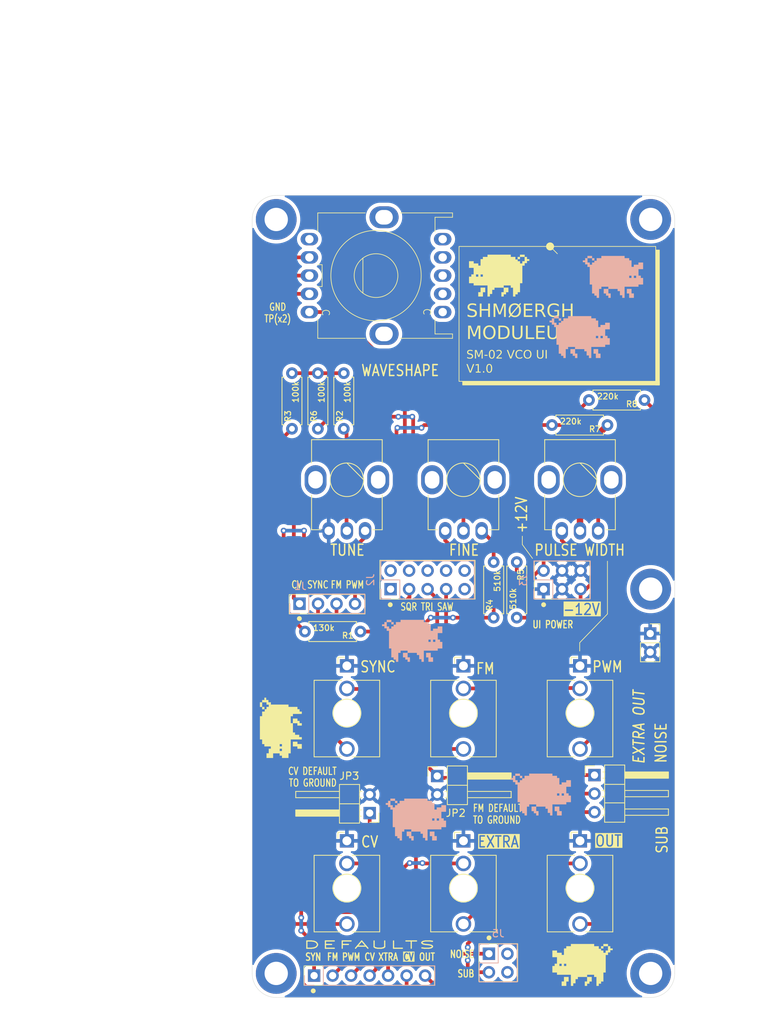
<source format=kicad_pcb>
(kicad_pcb (version 20241229) (generator "pcbnew") (generator_version "9.0")
  (layers (0 "F.Cu" signal) (2 "B.Cu" signal) (13 "F.Paste" user) (15 "B.Paste" user) (5 "F.SilkS" user "F.Silkscreen") (7 "B.SilkS" user "B.Silkscreen") (1 "F.Mask" user) (3 "B.Mask" user) (25 "Edge.Cuts" user))
  (net 0 "")
  (net 1 "HARD_SYNC")
  (net 2 "FM")
  (net 3 "CV")
  (net 4 "SQR_SHAPE")
  (net 7 "TRI")
  (net 9 "SAW")
  (net 11 "SQR")
  (net 12 "+12V")
  (net 13 "GND")
  (net 14 "-12V")
  (net 15 "NOISE")
  (net 16 "SUB")
  (net 17 "Net-(JP1-C)")
  (net 18 "CV_INPUT")
  (net 19 "EXTRA_DEFAULT")
  (net 20 "OUT_DEFAULT")
  (net 21 "Net-(J_OUT1-PadT)")
  (net 22 "Net-(J_PWM1-PadT)")
  (net 23 "Net-(R1-Pad2)")
  (net 24 "Net-(R2-Pad1)")
  (net 25 "Net-(R4-Pad2)")
  (net 26 "Net-(R5-Pad1)")
  (net 27 "Net-(R6-Pad1)")
  (net 28 "Net-(R7-Pad1)")
  (net 35 "FM_DEFAULT")
  (net 36 "SYNC_DEFAULT")
  (net 37 "PWM_DEFAULT")
  (net 38 "CV_DEFAULT")
  (footprint "Shmoergh_Custom_Footprints:SR1712-0203" (layer "F.Cu") (at 141 55 -90)
    (property "Reference" "U1")
    (property "Value" "0203")
    (fp_text user "C" (at 4.5 7.5 270) (layer "F.SilkS") (effects (font (thickness 0.1)) (justify left bottom)))
    (fp_text user "C" (at 4.4 -6.4 270) (layer "F.SilkS") (effects (font (thickness 0.1)) (justify left bottom)))
    (pad "" thru_hole oval (at -8 -1.1 90) (size 3 4) (drill oval 2 2.4) (layers "*.Cu" "*.Mask"))
    (pad "" thru_hole oval (at 8 -1.1 90) (size 3 4) (drill oval 2 2.4) (layers "*.Cu" "*.Mask"))
    (pad "1" thru_hole oval (at 5 9.15 90) (size 1.7 2.4) (drill 1.15) (layers "*.Cu" "*.Mask") (net 21 "Net-(J_OUT1-PadT)"))
    (pad "2" thru_hole oval (at 2.5 9.15 90) (size 1.7 2.4) (drill 1.15) (layers "*.Cu" "*.Mask") (net 7 "TRI"))
    (pad "3" thru_hole oval (at 0 9.15 90) (size 1.7 2.4) (drill 1.15) (layers "*.Cu" "*.Mask") (net 9 "SAW"))
    (pad "4" thru_hole oval (at -2.5 9.15 90) (size 1.7 2.4) (drill 1.15) (layers "*.Cu" "*.Mask") (net 11 "SQR"))
    (pad "5" thru_hole oval (at -5 9.15 90) (size 1.7 2.4) (drill 1.15) (layers "*.Cu" "*.Mask"))
    (pad "6" thru_hole oval (at -5 -9.15 90) (size 1.7 2.4) (drill 1.15) (layers "*.Cu" "*.Mask"))
    (pad "7" thru_hole oval (at -2.5 -9.15 90) (size 1.7 2.4) (drill 1.15) (layers "*.Cu" "*.Mask"))
    (pad "8" thru_hole oval (at 0 -9.15 90) (size 1.7 2.4) (drill 1.15) (layers "*.Cu" "*.Mask"))
    (pad "9" thru_hole oval (at 2.5 -9.15 90) (size 1.7 2.4) (drill 1.15) (layers "*.Cu" "*.Mask"))
    (pad "10" thru_hole oval (at 5 -9.15 90) (size 1.7 2.4) (drill 1.15) (layers "*.Cu" "*.Mask"))
  )
  (footprint "Connector_PinHeader_2.54mm:PinHeader_1x02_P2.54mm_Horizontal" (layer "F.Cu") (at 140.129 128.709 180)
    (property "Reference" "JP3" (at 2.794 5.08 0) (layer "F.SilkS"))
    (property "Value" "Jumper_2_Open")
    (pad "1" thru_hole rect (at 0 0 180) (size 1.7 1.7) (drill 1) (layers "*.Cu" "*.Mask") (net 38 "CV_DEFAULT"))
    (pad "2" thru_hole circle (at 0 2.54 180) (size 1.7 1.7) (drill 1) (layers "*.Cu" "*.Mask") (net 13 "GND"))
  )
  (footprint "Shmoergh_Custom_Footprints:Jack_3.5mm_QingPu_WQP-PJ398SM_Vertical_CircularHoles" (layer "F.Cu") (at 153 115)
    (property "Reference" "J_FM1")
    (property "Value" "PJ398SM")
    (pad "" np_thru_hole circle (at 0 0) (size 3.4 3.4) (drill 3.4) (layers "*.Cu" "*.Mask"))
    (pad "S" thru_hole rect (at 0 -6.48 180) (size 1.93 1.83) (drill 1.22) (layers "*.Cu" "*.Mask") (net 13 "GND"))
    (pad "T" thru_hole circle (at 0 4.92 180) (size 2.13 2.13) (drill 1.43) (layers "*.Cu" "*.Mask") (net 2 "FM"))
    (pad "TN" thru_hole circle (at 0 -3.38 180) (size 2.13 2.13) (drill 1.42) (layers "*.Cu" "*.Mask") (net 35 "FM_DEFAULT"))
  )
  (footprint "Connector_PinHeader_2.54mm:PinHeader_1x02_P2.54mm_Horizontal" (layer "F.Cu") (at 149.4 123.629)
    (property "Reference" "JP2" (at 2.54 5.08 0) (layer "F.SilkS"))
    (property "Value" "Jumper_2_Open")
    (pad "1" thru_hole rect (at 0 0) (size 1.7 1.7) (drill 1) (layers "*.Cu" "*.Mask") (net 35 "FM_DEFAULT"))
    (pad "2" thru_hole circle (at 0 2.54) (size 1.7 1.7) (drill 1) (layers "*.Cu" "*.Mask") (net 13 "GND"))
  )
  (footprint "Connector_PinSocket_2.54mm:PinSocket_1x02_P2.54mm_Vertical" (layer "F.Cu") (at 178.635 104.091)
    (property "Reference" "J4")
    (property "Value" "Conn_01x02")
    (pad "1" thru_hole rect (at 0 0) (size 1.7 1.7) (drill 1) (layers "*.Cu" "*.Mask") (net 13 "GND"))
    (pad "2" thru_hole circle (at 0 2.54) (size 1.7 1.7) (drill 1) (layers "*.Cu" "*.Mask") (net 13 "GND"))
  )
  (footprint "Shmoergh_Custom_Footprints:Jack_3.5mm_QingPu_WQP-PJ398SM_Vertical_CircularHoles" (layer "F.Cu") (at 153 139)
    (property "Reference" "J_EXTRA_OUT1")
    (property "Value" "PJ398SM")
    (pad "" np_thru_hole circle (at 0 0) (size 3.4 3.4) (drill 3.4) (layers "*.Cu" "*.Mask"))
    (pad "S" thru_hole rect (at 0 -6.48 180) (size 1.93 1.83) (drill 1.22) (layers "*.Cu" "*.Mask") (net 13 "GND"))
    (pad "T" thru_hole circle (at 0 4.92 180) (size 2.13 2.13) (drill 1.43) (layers "*.Cu" "*.Mask") (net 17 "Net-(JP1-C)"))
    (pad "TN" thru_hole circle (at 0 -3.38 180) (size 2.13 2.13) (drill 1.42) (layers "*.Cu" "*.Mask") (net 19 "EXTRA_DEFAULT"))
  )
  (footprint "MountingHole:MountingHole_3.2mm_M3_DIN965_Pad" (layer "F.Cu") (at 178.7 47.3)
    (property "Reference" "H2")
    (property "Value" "MountingHole")
    (pad "1" thru_hole circle (at 0 0) (size 5.6 5.6) (drill 3.2) (layers "*.Cu" "*.Mask"))
  )
  (footprint "Shmoergh_Custom_Footprints:Jack_3.5mm_QingPu_WQP-PJ398SM_Vertical_CircularHoles" (layer "F.Cu") (at 137 139)
    (property "Reference" "J_CV1")
    (property "Value" "PJ398SM")
    (pad "" np_thru_hole circle (at 0 0) (size 3.4 3.4) (drill 3.4) (layers "*.Cu" "*.Mask"))
    (pad "S" thru_hole rect (at 0 -6.48 180) (size 1.93 1.83) (drill 1.22) (layers "*.Cu" "*.Mask") (net 13 "GND"))
    (pad "T" thru_hole circle (at 0 4.92 180) (size 2.13 2.13) (drill 1.43) (layers "*.Cu" "*.Mask") (net 18 "CV_INPUT"))
    (pad "TN" thru_hole circle (at 0 -3.38 180) (size 2.13 2.13) (drill 1.42) (layers "*.Cu" "*.Mask") (net 38 "CV_DEFAULT"))
  )
  (footprint "MountingHole:MountingHole_3.2mm_M3_DIN965_Pad" (layer "F.Cu") (at 178.7 150.7)
    (property "Reference" "H3")
    (property "Value" "MountingHole")
    (pad "1" thru_hole circle (at 0 0) (size 5.6 5.6) (drill 3.2) (layers "*.Cu" "*.Mask"))
  )
  (footprint "Shmoergh_Custom_Footprints:Jack_3.5mm_QingPu_WQP-PJ398SM_Vertical_CircularHoles" (layer "F.Cu") (at 169 115)
    (property "Reference" "J_PWM1")
    (property "Value" "PJ398SM")
    (pad "" np_thru_hole circle (at 0 0) (size 3.4 3.4) (drill 3.4) (layers "*.Cu" "*.Mask"))
    (pad "S" thru_hole rect (at 0 -6.48 180) (size 1.93 1.83) (drill 1.22) (layers "*.Cu" "*.Mask") (net 13 "GND"))
    (pad "T" thru_hole circle (at 0 4.92 180) (size 2.13 2.13) (drill 1.43) (layers "*.Cu" "*.Mask") (net 22 "Net-(J_PWM1-PadT)"))
    (pad "TN" thru_hole circle (at 0 -3.38 180) (size 2.13 2.13) (drill 1.42) (layers "*.Cu" "*.Mask") (net 37 "PWM_DEFAULT"))
  )
  (footprint "Shmoergh_Custom_Footprints:R_Axial_DIN0207_L6.3mm_D2.5mm_P7.62mm_Horizontal" (layer "F.Cu") (at 136.573 76.004 90)
    (property "Reference" "R2" (at 0.85 -0.55 90) (layer "F.SilkS") (effects (font (size 0.8 0.8)) (justify left)))
    (property "Value" "100k" (at 6.6 0.5 90) (layer "F.SilkS") (effects (font (size 0.8 0.8)) (justify right)))
    (pad "1" thru_hole circle (at 0 0 90) (size 1.6 1.6) (drill 0.8) (layers "*.Cu" "*.Mask") (net 24 "Net-(R2-Pad1)"))
    (pad "2" thru_hole oval (at 7.62 0 90) (size 1.6 1.6) (drill 0.8) (layers "*.Cu" "*.Mask") (net 3 "CV"))
  )
  (footprint "Shmoergh_Logo:Gyeszno" (layer "F.Cu") (at 169.339 149.537)
    (property "Reference" "G***" (hide yes))
    (property "Value" "LOGO" (hide yes))
  )
  (footprint "Shmoergh_Custom_Footprints:Jack_3.5mm_QingPu_WQP-PJ398SM_Vertical_CircularHoles" (layer "F.Cu") (at 169 139)
    (property "Reference" "J_OUT1")
    (property "Value" "PJ398SM")
    (pad "" np_thru_hole circle (at 0 0) (size 3.4 3.4) (drill 3.4) (layers "*.Cu" "*.Mask"))
    (pad "S" thru_hole rect (at 0 -6.48 180) (size 1.93 1.83) (drill 1.22) (layers "*.Cu" "*.Mask") (net 13 "GND"))
    (pad "T" thru_hole circle (at 0 4.92 180) (size 2.13 2.13) (drill 1.43) (layers "*.Cu" "*.Mask") (net 21 "Net-(J_OUT1-PadT)"))
    (pad "TN" thru_hole circle (at 0 -3.38 180) (size 2.13 2.13) (drill 1.42) (layers "*.Cu" "*.Mask") (net 20 "OUT_DEFAULT"))
  )
  (footprint "MountingHole:MountingHole_3.2mm_M3_DIN965_Pad" (layer "F.Cu") (at 127.3 47.3)
    (property "Reference" "H1")
    (property "Value" "MountingHole")
    (pad "1" thru_hole circle (at 0 0) (size 5.6 5.6) (drill 3.2) (layers "*.Cu" "*.Mask"))
  )
  (footprint "MountingHole:MountingHole_3.2mm_M3_DIN965_Pad" (layer "F.Cu") (at 127.3 150.7)
    (property "Reference" "H4")
    (property "Value" "MountingHole")
    (pad "1" thru_hole circle (at 0 0) (size 5.6 5.6) (drill 3.2) (layers "*.Cu" "*.Mask"))
  )
  (footprint "Shmoergh_Custom_Footprints:R_Axial_DIN0207_L6.3mm_D2.5mm_P7.62mm_Horizontal" (layer "F.Cu") (at 160.322 94.292 -90)
    (property "Reference" "R5" (at 0.85 -0.55 90) (layer "F.SilkS") (effects (font (size 0.8 0.8)) (justify right)))
    (property "Value" "510k" (at 6.6 0.5 90) (layer "F.SilkS") (effects (font (size 0.8 0.8)) (justify left)))
    (pad "1" thru_hole circle (at 0 0 270) (size 1.6 1.6) (drill 0.8) (layers "*.Cu" "*.Mask") (net 26 "Net-(R5-Pad1)"))
    (pad "2" thru_hole oval (at 7.62 0 270) (size 1.6 1.6) (drill 0.8) (layers "*.Cu" "*.Mask") (net 14 "-12V"))
  )
  (footprint "Shmoergh_Logo:Gyeszno" (layer "F.Cu") (at 157.894 55)
    (property "Reference" "G***" (hide yes))
    (property "Value" "LOGO" (hide yes))
  )
  (footprint "Shmoergh_Custom_Footprints:Potentiometer_Bourns_Single-PTV09A" (layer "F.Cu") (at 169 83)
    (property "Reference" "RV_PWM1")
    (property "Value" "100k")
    (pad "" thru_hole oval (at -4.3 0 180) (size 3 4) (drill oval 2 2.4) (layers "*.Cu" "*.Mask"))
    (pad "" thru_hole oval (at 4.3 0 180) (size 3 4) (drill oval 2 2.4) (layers "*.Cu" "*.Mask"))
    (pad "1" thru_hole oval (at -2.5 7 180) (size 1.7 2.4) (drill 1.15) (layers "*.Cu" "*.Mask") (net 14 "-12V"))
    (pad "2" thru_hole oval (at 0 7 180) (size 1.7 2.4) (drill 1.15) (layers "*.Cu" "*.Mask") (net 28 "Net-(R7-Pad1)"))
    (pad "3" thru_hole oval (at 2.5 7 180) (size 1.7 2.4) (drill 1.15) (layers "*.Cu" "*.Mask") (net 12 "+12V"))
  )
  (footprint "Shmoergh_Custom_Footprints:R_Axial_DIN0207_L6.3mm_D2.5mm_P7.62mm_Horizontal" (layer "F.Cu") (at 133.017 76.004 90)
    (property "Reference" "R6" (at 0.85 -0.55 90) (layer "F.SilkS") (effects (font (size 0.8 0.8)) (justify left)))
    (property "Value" "100k" (at 6.6 0.5 90) (layer "F.SilkS") (effects (font (size 0.8 0.8)) (justify right)))
    (pad "1" thru_hole circle (at 0 0 90) (size 1.6 1.6) (drill 0.8) (layers "*.Cu" "*.Mask") (net 27 "Net-(R6-Pad1)"))
    (pad "2" thru_hole oval (at 7.62 0 90) (size 1.6 1.6) (drill 0.8) (layers "*.Cu" "*.Mask") (net 3 "CV"))
  )
  (footprint "Shmoergh_Custom_Footprints:Potentiometer_Bourns_Single-PTV09A" (layer "F.Cu") (at 137 83)
    (property "Reference" "RV_TUNE1")
    (property "Value" "100k")
    (pad "" thru_hole oval (at -4.3 0 180) (size 3 4) (drill oval 2 2.4) (layers "*.Cu" "*.Mask"))
    (pad "" thru_hole oval (at 4.3 0 180) (size 3 4) (drill oval 2 2.4) (layers "*.Cu" "*.Mask"))
    (pad "1" thru_hole oval (at -2.5 7 180) (size 1.7 2.4) (drill 1.15) (layers "*.Cu" "*.Mask") (net 13 "GND"))
    (pad "2" thru_hole oval (at 0 7 180) (size 1.7 2.4) (drill 1.15) (layers "*.Cu" "*.Mask") (net 24 "Net-(R2-Pad1)"))
    (pad "3" thru_hole oval (at 2.5 7 180) (size 1.7 2.4) (drill 1.15) (layers "*.Cu" "*.Mask") (net 23 "Net-(R1-Pad2)"))
  )
  (footprint "Shmoergh_Custom_Footprints:R_Axial_DIN0207_L6.3mm_D2.5mm_P7.62mm_Horizontal" (layer "F.Cu") (at 129.461 76.004 90)
    (property "Reference" "R3" (at 0.85 -0.55 90) (layer "F.SilkS") (effects (font (size 0.8 0.8)) (justify left)))
    (property "Value" "100k" (at 6.6 0.5 90) (layer "F.SilkS") (effects (font (size 0.8 0.8)) (justify right)))
    (pad "1" thru_hole circle (at 0 0 90) (size 1.6 1.6) (drill 0.8) (layers "*.Cu" "*.Mask") (net 18 "CV_INPUT"))
    (pad "2" thru_hole oval (at 7.62 0 90) (size 1.6 1.6) (drill 0.8) (layers "*.Cu" "*.Mask") (net 3 "CV"))
  )
  (footprint "Shmoergh_Custom_Footprints:Potentiometer_Bourns_Single-PTV09A" (layer "F.Cu") (at 153 83)
    (property "Reference" "RV_FINE1")
    (property "Value" "100k")
    (pad "" thru_hole oval (at -4.3 0 180) (size 3 4) (drill oval 2 2.4) (layers "*.Cu" "*.Mask"))
    (pad "" thru_hole oval (at 4.3 0 180) (size 3 4) (drill oval 2 2.4) (layers "*.Cu" "*.Mask"))
    (pad "1" thru_hole oval (at -2.5 7 180) (size 1.7 2.4) (drill 1.15) (layers "*.Cu" "*.Mask") (net 26 "Net-(R5-Pad1)"))
    (pad "2" thru_hole oval (at 0 7 180) (size 1.7 2.4) (drill 1.15) (layers "*.Cu" "*.Mask") (net 27 "Net-(R6-Pad1)"))
    (pad "3" thru_hole oval (at 2.5 7 180) (size 1.7 2.4) (drill 1.15) (layers "*.Cu" "*.Mask") (net 25 "Net-(R4-Pad2)"))
  )
  (footprint "Shmoergh_Custom_Footprints:R_Axial_DIN0207_L6.3mm_D2.5mm_P7.62mm_Horizontal" (layer "F.Cu") (at 138.859 103.817 180)
    (property "Reference" "R1" (at 0.85 -0.55 0) (layer "F.SilkS") (effects (font (size 0.8 0.8)) (justify right)))
    (property "Value" "130k" (at 6.6 0.5 0) (layer "F.SilkS") (effects (font (size 0.8 0.8)) (justify left)))
    (pad "1" thru_hole circle (at 0 0 180) (size 1.6 1.6) (drill 0.8) (layers "*.Cu" "*.Mask") (net 12 "+12V"))
    (pad "2" thru_hole oval (at 7.62 0 180) (size 1.6 1.6) (drill 0.8) (layers "*.Cu" "*.Mask") (net 23 "Net-(R1-Pad2)"))
  )
  (footprint "Shmoergh_Custom_Footprints:R_Axial_DIN0207_L6.3mm_D2.5mm_P7.62mm_Horizontal" (layer "F.Cu") (at 172.768 75.496 180)
    (property "Reference" "R7" (at 0.85 -0.55 0) (layer "F.SilkS") (effects (font (size 0.8 0.8)) (justify right)))
    (property "Value" "220k" (at 6.6 0.5 0) (layer "F.SilkS") (effects (font (size 0.8 0.8)) (justify left)))
    (pad "1" thru_hole circle (at 0 0 180) (size 1.6 1.6) (drill 0.8) (layers "*.Cu" "*.Mask") (net 28 "Net-(R7-Pad1)"))
    (pad "2" thru_hole oval (at 7.62 0 180) (size 1.6 1.6) (drill 0.8) (layers "*.Cu" "*.Mask") (net 4 "SQR_SHAPE"))
  )
  (footprint "MountingHole:MountingHole_3.2mm_M3_DIN965_Pad" (layer "F.Cu") (at 178.7 98)
    (property "Reference" "H5")
    (property "Value" "MountingHole")
    (pad "1" thru_hole circle (at 0 0) (size 5.6 5.6) (drill 3.2) (layers "*.Cu" "*.Mask"))
  )
  (footprint "Shmoergh_Custom_Footprints:R_Axial_DIN0207_L6.3mm_D2.5mm_P7.62mm_Horizontal" (layer "F.Cu") (at 157.147 101.912 90)
    (property "Reference" "R4" (at 0.85 -0.55 90) (layer "F.SilkS") (effects (font (size 0.8 0.8)) (justify left)))
    (property "Value" "510k" (at 6.6 0.5 90) (layer "F.SilkS") (effects (font (size 0.8 0.8)) (justify right)))
    (pad "1" thru_hole circle (at 0 0 90) (size 1.6 1.6) (drill 0.8) (layers "*.Cu" "*.Mask") (net 12 "+12V"))
    (pad "2" thru_hole oval (at 7.62 0 90) (size 1.6 1.6) (drill 0.8) (layers "*.Cu" "*.Mask") (net 25 "Net-(R4-Pad2)"))
  )
  (footprint "Shmoergh_Custom_Footprints:Jack_3.5mm_QingPu_WQP-PJ398SM_Vertical_CircularHoles" (layer "F.Cu") (at 137 115)
    (property "Reference" "J_SYNC1")
    (property "Value" "PJ398SM")
    (pad "" np_thru_hole circle (at 0 0) (size 3.4 3.4) (drill 3.4) (layers "*.Cu" "*.Mask"))
    (pad "S" thru_hole rect (at 0 -6.48 180) (size 1.93 1.83) (drill 1.22) (layers "*.Cu" "*.Mask") (net 13 "GND"))
    (pad "T" thru_hole circle (at 0 4.92 180) (size 2.13 2.13) (drill 1.43) (layers "*.Cu" "*.Mask") (net 1 "HARD_SYNC"))
    (pad "TN" thru_hole circle (at 0 -3.38 180) (size 2.13 2.13) (drill 1.42) (layers "*.Cu" "*.Mask") (net 36 "SYNC_DEFAULT"))
  )
  (footprint "Shmoergh_Logo:Gyeszno" (layer "F.Cu") (at 127.937 117.025 90)
    (property "Reference" "G***" (hide yes))
    (property "Value" "LOGO" (hide yes))
  )
  (footprint "Shmoergh_Custom_Footprints:R_Axial_DIN0207_L6.3mm_D2.5mm_P7.62mm_Horizontal" (layer "F.Cu") (at 177.848 72.067 180)
    (property "Reference" "R8" (at 0.85 -0.55 0) (layer "F.SilkS") (effects (font (size 0.8 0.8)) (justify right)))
    (property "Value" "220k" (at 6.6 0.5 0) (layer "F.SilkS") (effects (font (size 0.8 0.8)) (justify left)))
    (pad "1" thru_hole circle (at 0 0 180) (size 1.6 1.6) (drill 0.8) (layers "*.Cu" "*.Mask") (net 22 "Net-(J_PWM1-PadT)"))
    (pad "2" thru_hole oval (at 7.62 0 180) (size 1.6 1.6) (drill 0.8) (layers "*.Cu" "*.Mask") (net 4 "SQR_SHAPE"))
  )
  (footprint "Connector_PinHeader_2.54mm:PinHeader_1x03_P2.54mm_Horizontal" (layer "F.Cu") (at 170.99 123.502)
    (property "Reference" "JP1")
    (property "Value" "Jumper_3_Open")
    (pad "1" thru_hole rect (at 0 0) (size 1.7 1.7) (drill 1) (layers "*.Cu" "*.Mask") (net 15 "NOISE"))
    (pad "2" thru_hole circle (at 0 2.54) (size 1.7 1.7) (drill 1) (layers "*.Cu" "*.Mask") (net 17 "Net-(JP1-C)"))
    (pad "3" thru_hole circle (at 0 5.08) (size 1.7 1.7) (drill 1) (layers "*.Cu" "*.Mask") (net 16 "SUB"))
  )
  (footprint "Shmoergh_Logo:Gyeszno" (layer "B.Cu") (at 146.479 129.598 180)
    (property "Reference" "G***" (hide yes))
    (property "Value" "LOGO" (hide yes))
  )
  (footprint "Connector_PinSocket_2.54mm:PinSocket_1x04_P2.54mm_Vertical" (layer "B.Cu") (at 130.5 100 -90)
    (property "Reference" "J1" (at -2.406 -0.104 0) (layer "B.SilkS") (effects (justify mirror)))
    (property "Value" "Conn_01x04")
    (pad "1" thru_hole rect (at 0 0 270) (size 1.7 1.7) (drill 1) (layers "*.Cu" "*.Mask") (net 3 "CV"))
    (pad "2" thru_hole circle (at 0 -2.54 270) (size 1.7 1.7) (drill 1) (layers "*.Cu" "*.Mask") (net 1 "HARD_SYNC"))
    (pad "3" thru_hole circle (at 0 -5.08 270) (size 1.7 1.7) (drill 1) (layers "*.Cu" "*.Mask") (net 2 "FM"))
    (pad "4" thru_hole circle (at 0 -7.62 270) (size 1.7 1.7) (drill 1) (layers "*.Cu" "*.Mask") (net 4 "SQR_SHAPE"))
  )
  (footprint "Connector_PinSocket_2.54mm:PinSocket_2x03_P2.54mm_Vertical" (layer "B.Cu") (at 164 98 -90)
    (property "Reference" "J3" (at -1.27 2.77 90) (layer "B.SilkS") (effects (justify mirror)))
    (property "Value" "Conn_02x03_Odd_Even")
    (pad "1" thru_hole rect (at 0 0 270) (size 1.7 1.7) (drill 1) (layers "*.Cu" "*.Mask") (net 13 "GND"))
    (pad "2" thru_hole circle (at -2.54 0 270) (size 1.7 1.7) (drill 1) (layers "*.Cu" "*.Mask") (net 12 "+12V"))
    (pad "3" thru_hole circle (at 0 -2.54 270) (size 1.7 1.7) (drill 1) (layers "*.Cu" "*.Mask") (net 13 "GND"))
    (pad "4" thru_hole circle (at -2.54 -2.54 270) (size 1.7 1.7) (drill 1) (layers "*.Cu" "*.Mask") (net 13 "GND"))
    (pad "5" thru_hole circle (at 0 -5.08 270) (size 1.7 1.7) (drill 1) (layers "*.Cu" "*.Mask") (net 14 "-12V"))
    (pad "6" thru_hole circle (at -2.54 -5.08 270) (size 1.7 1.7) (drill 1) (layers "*.Cu" "*.Mask") (net 13 "GND"))
  )
  (footprint "Connector_PinSocket_2.54mm:PinSocket_1x07_P2.54mm_Vertical" (layer "B.Cu") (at 132.5 151 -90)
    (property "Reference" "J6")
    (property "Value" "Conn_01x07")
    (pad "1" thru_hole rect (at 0 0 270) (size 1.7 1.7) (drill 1) (layers "*.Cu" "*.Mask") (net 36 "SYNC_DEFAULT"))
    (pad "2" thru_hole circle (at 0 -2.54 270) (size 1.7 1.7) (drill 1) (layers "*.Cu" "*.Mask") (net 35 "FM_DEFAULT"))
    (pad "3" thru_hole circle (at 0 -5.08 270) (size 1.7 1.7) (drill 1) (layers "*.Cu" "*.Mask") (net 37 "PWM_DEFAULT"))
    (pad "4" thru_hole circle (at 0 -7.62 270) (size 1.7 1.7) (drill 1) (layers "*.Cu" "*.Mask") (net 38 "CV_DEFAULT"))
    (pad "5" thru_hole circle (at 0 -10.16 270) (size 1.7 1.7) (drill 1) (layers "*.Cu" "*.Mask") (net 19 "EXTRA_DEFAULT"))
    (pad "6" thru_hole circle (at 0 -12.7 270) (size 1.7 1.7) (drill 1) (layers "*.Cu" "*.Mask") (net 18 "CV_INPUT"))
    (pad "7" thru_hole circle (at 0 -15.24 270) (size 1.7 1.7) (drill 1) (layers "*.Cu" "*.Mask") (net 20 "OUT_DEFAULT"))
  )
  (footprint "Shmoergh_Logo:Gyeszno" (layer "B.Cu") (at 163.624 126.169 180)
    (property "Reference" "G***" (hide yes))
    (property "Value" "LOGO" (hide yes))
  )
  (footprint "Shmoergh_Logo:Gyeszno" (layer "B.Cu") (at 168.958 63.431 180)
    (property "Reference" "G***" (hide yes))
    (property "Value" "LOGO" (hide yes))
  )
  (footprint "Connector_PinSocket_2.54mm:PinSocket_2x02_P2.54mm_Vertical" (layer "B.Cu") (at 156.5 148 180)
    (property "Reference" "J5" (at -1.27 2.77 0) (layer "B.SilkS") (effects (justify mirror)))
    (property "Value" "Conn_02x02_Counter_Clockwise")
    (pad "1" thru_hole rect (at 0 0 180) (size 1.7 1.7) (drill 1) (layers "*.Cu" "*.Mask") (net 15 "NOISE"))
    (pad "2" thru_hole circle (at -2.54 0 180) (size 1.7 1.7) (drill 1) (layers "*.Cu" "*.Mask"))
    (pad "3" thru_hole circle (at 0 -2.54 180) (size 1.7 1.7) (drill 1) (layers "*.Cu" "*.Mask") (net 16 "SUB"))
    (pad "4" thru_hole circle (at -2.54 -2.54 180) (size 1.7 1.7) (drill 1) (layers "*.Cu" "*.Mask"))
  )
  (footprint "Shmoergh_Logo:Gyeszno" (layer "B.Cu") (at 173.53 55.176 180)
    (property "Reference" "G***" (hide yes))
    (property "Value" "LOGO" (hide yes))
  )
  (footprint "Connector_PinSocket_2.54mm:PinSocket_2x05_P2.54mm_Vertical" (layer "B.Cu") (at 143 98 -90)
    (property "Reference" "J2" (at -1.27 2.77 90) (layer "B.SilkS") (effects (justify mirror)))
    (property "Value" "Conn_02x05_Odd_Even")
    (pad "1" thru_hole rect (at 0 0 270) (size 1.7 1.7) (drill 1) (layers "*.Cu" "*.Mask"))
    (pad "2" thru_hole circle (at -2.54 0 270) (size 1.7 1.7) (drill 1) (layers "*.Cu" "*.Mask"))
    (pad "3" thru_hole circle (at 0 -2.54 270) (size 1.7 1.7) (drill 1) (layers "*.Cu" "*.Mask") (net 11 "SQR"))
    (pad "4" thru_hole circle (at -2.54 -2.54 270) (size 1.7 1.7) (drill 1) (layers "*.Cu" "*.Mask"))
    (pad "5" thru_hole circle (at 0 -5.08 270) (size 1.7 1.7) (drill 1) (layers "*.Cu" "*.Mask") (net 7 "TRI"))
    (pad "6" thru_hole circle (at -2.54 -5.08 270) (size 1.7 1.7) (drill 1) (layers "*.Cu" "*.Mask"))
    (pad "7" thru_hole circle (at 0 -7.62 270) (size 1.7 1.7) (drill 1) (layers "*.Cu" "*.Mask") (net 9 "SAW"))
    (pad "8" thru_hole circle (at -2.54 -7.62 270) (size 1.7 1.7) (drill 1) (layers "*.Cu" "*.Mask"))
    (pad "9" thru_hole circle (at 0 -10.16 270) (size 1.7 1.7) (drill 1) (layers "*.Cu" "*.Mask"))
    (pad "10" thru_hole circle (at -2.54 -10.16 270) (size 1.7 1.7) (drill 1) (layers "*.Cu" "*.Mask"))
  )
  (footprint "Shmoergh_Logo:Gyeszno" (layer "B.Cu") (at 145.971 105.087 180)
    (property "Reference" "G***" (hide yes))
    (property "Value" "LOGO" (hide yes))
  )
  (gr_rect (start 131.112 149.664) (end 149.019 152.331) (stroke (width 0.1)) (fill no) (layer "F.SilkS"))
  (gr_circle (center 142.952981 100.134) (end 143.206981 100.261) (stroke (width 0.1)) (fill yes) (layer "F.SilkS"))
  (gr_line (start 172.768 94.165) (end 172.768 101.404) (stroke (width 0.1)) (layer "F.SilkS"))
  (gr_line (start 172.768 101.404) (end 168.958 105.341) (stroke (width 0.1)) (layer "F.SilkS"))
  (gr_rect (start 162.735 94.165) (end 170.355 99.372) (stroke (width 0.1)) (fill no) (layer "F.SilkS"))
  (gr_rect (start 152.894 69.5) (end 179.894 70) (stroke (width 0.1)) (fill yes) (layer "F.SilkS"))
  (gr_line (start 161.084 90.736) (end 161.084 91.879) (stroke (width 0.1)) (layer "F.SilkS"))
  (gr_line (start 165.894 52) (end 164.894 51) (stroke (width 0.1)) (layer "F.SilkS"))
  (gr_rect (start 129.08 98.737) (end 139.494 101.404) (stroke (width 0.1)) (fill no) (layer "F.SilkS"))
  (gr_line (start 161.084 91.879) (end 162.481 93.784) (stroke (width 0.1)) (layer "F.SilkS"))
  (gr_rect (start 141.526 94.038) (end 154.607 99.372) (stroke (width 0.1)) (fill no) (layer "F.SilkS"))
  (gr_circle (center 132.382 153.093) (end 132.636 153.22) (stroke (width 0.1)) (fill yes) (layer "F.SilkS"))
  (gr_line (start 168.958 105.341) (end 168.958 106.484) (stroke (width 0.1)) (layer "F.SilkS"))
  (gr_rect (start 179.394 51.5) (end 179.894 70) (stroke (width 0.1)) (fill yes) (layer "F.SilkS"))
  (gr_circle (center 164.005 100.134) (end 164.259 100.261) (stroke (width 0.1)) (fill yes) (layer "F.SilkS"))
  (gr_rect (start 152.394 51) (end 179.394 69.5) (stroke (width 0.1)) (fill no) (layer "F.SilkS"))
  (gr_rect (start 155.115 146.616) (end 160.449 151.823) (stroke (width 0.1)) (fill no) (layer "F.SilkS"))
  (gr_circle (center 156.512 145.824019) (end 156.766 145.951019) (stroke (width 0.1)) (fill yes) (layer "F.SilkS"))
  (gr_circle (center 164.894 51) (end 164.894 50.5) (stroke (width 0.1)) (fill yes) (layer "F.SilkS"))
  (gr_circle (center 130.477 102.039) (end 130.731 102.166) (stroke (width 0.1)) (fill yes) (layer "F.SilkS"))
  (gr_line (start 178.7 154) (end 127.3 154) (stroke (width 0.05)) (layer "Edge.Cuts"))
  (gr_arc (start 182 150.7) (mid 181.033452 153.033452) (end 178.7 154) (stroke (width 0.05)) (layer "Edge.Cuts"))
  (gr_line (start 182 47.3) (end 182 150.7) (stroke (width 0.05)) (layer "Edge.Cuts"))
  (gr_line (start 127.3 44) (end 178.7 44) (stroke (width 0.05)) (layer "Edge.Cuts"))
  (gr_line (start 124 150.7) (end 124 47.3) (stroke (width 0.05)) (layer "Edge.Cuts"))
  (gr_arc (start 124 47.3) (mid 124.966548 44.966548) (end 127.3 44) (stroke (width 0.05)) (layer "Edge.Cuts"))
  (gr_arc (start 127.3 154) (mid 124.966548 153.033452) (end 124 150.7) (stroke (width 0.05)) (layer "Edge.Cuts"))
  (gr_arc (start 178.7 44) (mid 181.033452 44.966548) (end 182 47.3) (stroke (width 0.05)) (layer "Edge.Cuts"))
  (gr_text "SHMØERGH \nMODULEUR" (at 153.394 64 0) (layer "F.SilkS") (effects (font (size 1.8 1.8) (thickness 0.1)) (justify left bottom)))
  (gr_text "PWM" (at 138.097 97.975 0) (layer "F.SilkS") (effects (font (size 1 0.75) (thickness 0.15) (bold yes)) (justify bottom)))
  (gr_text "PWM" (at 172.768 109.532 0) (layer "F.SilkS") (effects (font (size 1.5 1.25) (thickness 0.2) (bold yes)) (justify bottom)))
  (gr_text "CV" (at 140.129 133.535 0) (layer "F.SilkS") (effects (font (size 1.5 1.25) (thickness 0.2) (bold yes)) (justify bottom)))
  (gr_text "DEFAULTS" (at 140.0655 147.378 0) (layer "F.SilkS") (effects (font (size 1 2.55) (thickness 0.17) (bold yes)) (justify bottom)))
  (gr_text "SUB" (at 153.337 151.315 0) (layer "F.SilkS") (effects (font (size 1 0.75) (thickness 0.17) (bold yes)) (justify bottom)))
  (gr_text "FM" (at 156.004 109.786 0) (layer "F.SilkS") (effects (font (size 1.5 1.25) (thickness 0.2) (bold yes)) (justify bottom)))
  (gr_text "PWM" (at 137.589 149.029 0) (layer "F.SilkS") (effects (font (size 1 0.75) (thickness 0.17) (bold yes)) (justify bottom)))
  (gr_text "CV" (at 140.129 149.029 0) (layer "F.SilkS") (effects (font (size 1 0.75) (thickness 0.17) (bold yes)) (justify bottom)))
  (gr_text "CV DEFAULT\nTO GROUND" (at 135.684 125.153 0) (layer "F.SilkS") (effects (font (size 1 0.75) (thickness 0.15) (bold yes)) (justify right bottom)))
  (gr_text "FINE" (at 153.083 93.53 0) (layer "F.SilkS") (effects (font (size 1.5 1.25) (thickness 0.2) (bold yes)) (justify bottom)))
  (gr_text "OUT" (at 148.003 149.029 0) (layer "F.SilkS") (effects (font (size 1 0.75) (thickness 0.17) (bold yes)) (justify bottom)))
  (gr_text "SUB" (at 181.14 130.36 90) (layer "F.SilkS") (effects (font (size 1.5 1.25) (thickness 0.2) (bold yes)) (justify right bottom)))
  (gr_text "PULSE WIDTH" (at 168.958 93.53 0) (layer "F.SilkS") (effects (font (size 1.5 1.25) (thickness 0.2) (bold yes)) (justify bottom)))
  (gr_text "FM" (at 135.049 149.029 0) (layer "F.SilkS") (effects (font (size 1 0.75) (thickness 0.17) (bold yes)) (justify bottom)))
  (gr_text "SQR" (at 145.5 101 0) (layer "F.SilkS") (effects (font (size 1 0.75) (thickness 0.15) (bold yes)) (justify bottom)))
  (gr_text "XTRA" (at 142.669 149.029 0) (layer "F.SilkS") (effects (font (size 1 0.75) (thickness 0.17) (bold yes)) (justify bottom)))
  (gr_text "NOISE" (at 181 121.978 90) (layer "F.SilkS") (effects (font (size 1.5 1.25) (thickness 0.2) (bold yes)) (justify left bottom)))
  (gr_text "UI POWER" (at 165.275 103.436 0) (layer "F.SilkS") (effects (font (size 1 0.75) (thickness 0.17) (bold yes)) (justify bottom)))
  (gr_text "TUNE" (at 137.081 93.53 0) (layer "F.SilkS") (effects (font (size 1.5 1.25) (thickness 0.2) (bold yes)) (justify bottom)))
  (gr_text "EXTRA OUT" (at 177.975 122.105 90) (layer "F.SilkS") (effects (font (size 1.5 1.25) (thickness 0.2) (bold yes) (italic yes)) (justify left bottom)))
  (gr_text "+12V" (at 161.846 87.815 90) (layer "F.SilkS") (effects (font (size 1.5 1.25) (thickness 0.2) (bold yes)) (justify bottom)))
  (gr_text "WAVESHAPE" (at 144.32 68.892 0) (layer "F.SilkS") (effects (font (size 1.5 1.25) (thickness 0.2) (bold yes)) (justify bottom)))
  (gr_text "OUT" (at 172.895 133.408 0) (layer "F.SilkS" knockout) (effects (font (size 1.5 1.25) (thickness 0.2) (bold yes)) (justify bottom)))
  (gr_text "SAW" (at 150.5 101 0) (layer "F.SilkS") (effects (font (size 1 0.75) (thickness 0.15) (bold yes)) (justify bottom)))
  (gr_text "EXTRA" (at 157.782 133.535 0) (layer "F.SilkS" knockout) (effects (font (size 1.5 1.25) (thickness 0.2) (bold yes)) (justify bottom)))
  (gr_text "SYNC" (at 141.272 109.532 0) (layer "F.SilkS") (effects (font (size 1.5 1.25) (thickness 0.2) (bold yes)) (justify bottom)))
  (gr_text "SYN" (at 132.382 149.029 0) (layer "F.SilkS") (effects (font (size 1 0.75) (thickness 0.17) (bold yes)) (justify bottom)))
  (gr_text "FM" (at 135.557 97.975 0) (layer "F.SilkS") (effects (font (size 1 0.75) (thickness 0.15) (bold yes)) (justify bottom)))
  (gr_text "CV" (at 145.463 149.029 0) (layer "F.SilkS" knockout) (effects (font (size 1 0.75) (thickness 0.17) (bold yes)) (justify bottom)))
  (gr_text "NOISE" (at 152.829 148.648 0) (layer "F.SilkS") (effects (font (size 1 0.75) (thickness 0.17) (bold yes)) (justify bottom)))
  (gr_text "SYNC" (at 133.017 97.975 0) (layer "F.SilkS") (effects (font (size 1 0.75) (thickness 0.15) (bold yes)) (justify bottom)))
  (gr_text "GND\nTP(x2)" (at 127.5 61.5 0) (layer "F.SilkS") (effects (font (size 1 0.75) (thickness 0.15) (bold yes)) (justify bottom)))
  (gr_text "-12V" (at 169.212 101.658 0) (layer "F.SilkS" knockout) (effects (font (size 1.5 1.25) (thickness 0.2) (bold yes)) (justify bottom)))
  (gr_text "FM DEFAULT\nTO GROUND" (at 154.226 130.233 0) (layer "F.SilkS") (effects (font (size 1 0.75) (thickness 0.15) (bold yes)) (justify left bottom)))
  (gr_text "TRI" (at 148 101 0) (layer "F.SilkS") (effects (font (size 1 0.75) (thickness 0.15) (bold yes)) (justify bottom)))
  (gr_text "SM-02 VCO UI \nV1.0" (at 153.394 68.5 0) (layer "F.SilkS") (effects (font (size 1.15 1.15) (thickness 0.1)) (justify left bottom)))
  (gr_text "CV" (at 130.096 97.975 0) (layer "F.SilkS") (effects (font (size 1 0.75) (thickness 0.15) (bold yes)) (justify bottom)))
  (segment (start 133.04 115.96) (end 133.04 100) (width 0.508) (layer "F.Cu") (net 1))
  (segment (start 137 119.92) (end 133.04 115.96) (width 0.508) (layer "F.Cu") (net 1))
  (segment (start 148.358 119.92) (end 153 119.92) (width 0.508) (layer "F.Cu") (net 2))
  (segment (start 135.557 105.595) (end 136.192 106.23) (width 0.508) (layer "F.Cu") (net 2))
  (segment (start 146.606 107.881) (end 146.606 118.168) (width 0.508) (layer "F.Cu") (net 2))
  (segment (start 136.192 106.23) (end 144.955 106.23) (width 0.508) (layer "F.Cu") (net 2))
  (segment (start 135.557 104.117) (end 135.557 105.595) (width 0.508) (layer "F.Cu") (net 2))
  (segment (start 146.606 118.168) (end 148.358 119.92) (width 0.508) (layer "F.Cu") (net 2))
  (segment (start 135.58 104.094) (end 135.557 104.117) (width 0.508) (layer "F.Cu") (net 2))
  (segment (start 135.58 100) (end 135.58 104.094) (width 0.508) (layer "F.Cu") (net 2))
  (segment (start 144.955 106.23) (end 146.606 107.881) (width 0.508) (layer "F.Cu") (net 2))
  (segment (start 131.366 77.401) (end 131.366 68.384) (width 0.508) (layer "F.Cu") (net 3))
  (segment (start 131.366 78.29) (end 131.366 77.401) (width 0.508) (layer "F.Cu") (net 3))
  (segment (start 136.573 68.384) (end 133.017 68.384) (width 0.508) (layer "F.Cu") (net 3))
  (segment (start 129.715 99.215) (end 129.715 79.941) (width 0.508) (layer "F.Cu") (net 3))
  (segment (start 129.715 79.941) (end 131.366 78.29) (width 0.508) (layer "F.Cu") (net 3))
  (segment (start 130.5 100) (end 129.715 99.215) (width 0.508) (layer "F.Cu") (net 3))
  (segment (start 133.017 68.384) (end 131.366 68.384) (width 0.508) (layer "F.Cu") (net 3))
  (segment (start 131.366 68.384) (end 129.461 68.384) (width 0.508) (layer "F.Cu") (net 3))
  (segment (start 143.812 91.371) (end 143.05 92.133) (width 0.508) (layer "F.Cu") (net 4))
  (segment (start 147.241 75.877) (end 147.622 75.496) (width 0.508) (layer "F.Cu") (net 4))
  (segment (start 143.939 75.877) (end 143.812 76.004) (width 0.508) (layer "F.Cu") (net 4))
  (segment (start 166.799 75.496) (end 170.228 72.067) (width 0.508) (layer "F.Cu") (net 4))
  (segment (start 165.148 75.496) (end 166.799 75.496) (width 0.508) (layer "F.Cu") (net 4))
  (segment (start 143.05 92.133) (end 140.383 92.133) (width 0.508) (layer "F.Cu") (net 4))
  (segment (start 140.383 92.133) (end 138.12 94.396) (width 0.508) (layer "F.Cu") (net 4))
  (segment (start 138.12 94.396) (end 138.12 100) (width 0.508) (layer "F.Cu") (net 4))
  (segment (start 147.622 75.496) (end 165.148 75.496) (width 0.508) (layer "F.Cu") (net 4))
  (segment (start 143.812 76.004) (end 143.812 91.371) (width 0.508) (layer "F.Cu") (net 4))
  (via (at 147.241 75.877) (size 0.8) (drill 0.4) (layers "F.Cu" "B.Cu") (net 4))
  (via (at 143.939 75.877) (size 0.8) (drill 0.4) (layers "F.Cu" "B.Cu") (net 4))
  (segment (start 147.241 75.877) (end 143.939 75.877) (width 0.508) (layer "B.Cu") (net 4))
  (segment (start 168.45 105.976) (end 173.022 101.404) (width 0.508) (layer "F.Cu") (net 7))
  (segment (start 128.483 57.5) (end 131.85 57.5) (width 0.508) (layer "F.Cu") (net 7))
  (segment (start 149.4 99.36) (end 149.4 103.817) (width 0.508) (layer "F.Cu") (net 7))
  (segment (start 151.559 105.976) (end 168.45 105.976) (width 0.508) (layer "F.Cu") (net 7))
  (segment (start 139.367 63.812) (end 128.826 63.812) (width 0.508) (layer "F.Cu") (net 7))
  (segment (start 178.102 74.734) (end 171.244 67.876) (width 0.508) (layer "F.Cu") (net 7))
  (segment (start 127.556 58.351) (end 128.445 57.462) (width 0.508) (layer "F.Cu") (net 7))
  (segment (start 178.102 89.212) (end 178.102 74.734) (width 0.508) (layer "F.Cu") (net 7))
  (segment (start 171.244 67.876) (end 143.431 67.876) (width 0.508) (layer "F.Cu") (net 7))
  (segment (start 127.556 62.542) (end 127.556 58.351) (width 0.508) (layer "F.Cu") (net 7))
  (segment (start 128.826 63.812) (end 127.556 62.542) (width 0.508) (layer "F.Cu") (net 7))
  (segment (start 128.445 57.462) (end 128.483 57.5) (width 0.508) (layer "F.Cu") (net 7))
  (segment (start 149.4 103.817) (end 151.559 105.976) (width 0.508) (layer "F.Cu") (net 7))
  (segment (start 173.022 94.292) (end 178.102 89.212) (width 0.508) (layer "F.Cu") (net 7))
  (segment (start 173.022 101.404) (end 173.022 94.292) (width 0.508) (layer "F.Cu") (net 7))
  (segment (start 148.08 98.04) (end 149.4 99.36) (width 0.508) (layer "F.Cu") (net 7))
  (segment (start 143.431 67.876) (end 139.367 63.812) (width 0.508) (layer "F.Cu") (net 7))
  (segment (start 176.832 88.958) (end 176.832 74.861) (width 0.508) (layer "F.Cu") (net 9))
  (segment (start 143.05 69.273) (end 139.113 65.336) (width 0.508) (layer "F.Cu") (net 9))
  (segment (start 171.244 69.273) (end 143.05 69.273) (width 0.508) (layer "F.Cu") (net 9))
  (segment (start 126.286 56.192) (end 127.478 55) (width 0.508) (layer "F.Cu") (net 9))
  (segment (start 150.62 103.386) (end 152.194 104.96) (width 0.508) (layer "F.Cu") (net 9))
  (segment (start 126.286 64.066) (end 126.286 56.192) (width 0.508) (layer "F.Cu") (net 9))
  (segment (start 172.133 93.657) (end 176.832 88.958) (width 0.508) (layer "F.Cu") (net 9))
  (segment (start 139.113 65.336) (end 127.556 65.336) (width 0.508) (layer "F.Cu") (net 9))
  (segment (start 176.832 74.861) (end 171.244 69.273) (width 0.508) (layer "F.Cu") (net 9))
  (segment (start 172.133 100.642) (end 172.133 93.657) (width 0.508) (layer "F.Cu") (net 9))
  (segment (start 127.478 55) (end 131.85 55) (width 0.508) (layer "F.Cu") (net 9))
  (segment (start 127.556 65.336) (end 126.286 64.066) (width 0.508) (layer "F.Cu") (net 9))
  (segment (start 150.62 98.04) (end 150.62 103.386) (width 0.508) (layer "F.Cu") (net 9))
  (segment (start 167.815 104.96) (end 172.133 100.642) (width 0.508) (layer "F.Cu") (net 9))
  (segment (start 152.194 104.96) (end 167.815 104.96) (width 0.508) (layer "F.Cu") (net 9))
  (segment (start 145.59 98.09) (end 145.59 99.118) (width 0.508) (layer "F.Cu") (net 11))
  (segment (start 140.256 99.118) (end 140.256 93.657) (width 0.508) (layer "F.Cu") (net 11))
  (segment (start 140.256 93.657) (end 140.891 93.022) (width 0.508) (layer "F.Cu") (net 11))
  (segment (start 141.399 100.261) (end 140.256 99.118) (width 0.508) (layer "F.Cu") (net 11))
  (segment (start 144.955 72.956) (end 138.605 66.606) (width 0.508) (layer "F.Cu") (net 11))
  (segment (start 140.891 93.022) (end 143.558 93.022) (width 0.508) (layer "F.Cu") (net 11))
  (segment (start 125.016 53.906) (end 126.422 52.5) (width 0.508) (layer "F.Cu") (net 11))
  (segment (start 143.558 93.022) (end 144.955 91.625) (width 0.508) (layer "F.Cu") (net 11))
  (segment (start 144.447 100.261) (end 141.399 100.261) (width 0.508) (layer "F.Cu") (net 11))
  (segment (start 125.016 64.701) (end 125.016 53.906) (width 0.508) (layer "F.Cu") (net 11))
  (segment (start 144.955 91.625) (end 144.955 72.956) (width 0.508) (layer "F.Cu") (net 11))
  (segment (start 126.921 66.606) (end 125.016 64.701) (width 0.508) (layer "F.Cu") (net 11))
  (segment (start 126.422 52.5) (end 131.85 52.5) (width 0.508) (layer "F.Cu") (net 11))
  (segment (start 138.605 66.606) (end 126.921 66.606) (width 0.508) (layer "F.Cu") (net 11))
  (segment (start 145.54 98.04) (end 145.59 98.09) (width 0.508) (layer "F.Cu") (net 11))
  (segment (start 145.59 99.118) (end 144.447 100.261) (width 0.508) (layer "F.Cu") (net 11))
  (segment (start 173.657 73.21) (end 171.752 73.21) (width 0.508) (layer "F.Cu") (net 12))
  (segment (start 146.606 103.817) (end 138.859 103.817) (width 0.508) (layer "F.Cu") (net 12))
  (segment (start 157.147 100.134) (end 157.147 101.912) (width 0.508) (layer "F.Cu") (net 12))
  (segment (start 170.355 80.576) (end 174.927 76.004) (width 0.508) (layer "F.Cu") (net 12))
  (segment (start 159.687 99.118) (end 158.163 99.118) (width 0.508) (layer "F.Cu") (net 12))
  (segment (start 174.927 74.48) (end 173.657 73.21) (width 0.508) (layer "F.Cu") (net 12))
  (segment (start 163.345 95.46) (end 159.687 99.118) (width 0.508) (layer "F.Cu") (net 12))
  (segment (start 167.307 86.418) (end 166.164 87.561) (width 0.508) (layer "F.Cu") (net 12))
  (segment (start 167.307 77.655) (end 167.307 86.418) (width 0.508) (layer "F.Cu") (net 12))
  (segment (start 164 95.46) (end 163.345 95.46) (width 0.508) (layer "F.Cu") (net 12))
  (segment (start 170.355 84.64) (end 170.355 80.576) (width 0.508) (layer "F.Cu") (net 12))
  (segment (start 174.927 76.004) (end 174.927 74.48) (width 0.508) (layer "F.Cu") (net 12))
  (segment (start 166.164 87.561) (end 164.894 87.561) (width 0.508) (layer "F.Cu") (net 12))
  (segment (start 164.894 87.561) (end 164.005 88.45) (width 0.508) (layer "F.Cu") (net 12))
  (segment (start 164.005 88.45) (end 164.005 95.455) (width 0.508) (layer "F.Cu") (net 12))
  (segment (start 151.559 101.912) (end 157.147 101.912) (width 0.508) (layer "F.Cu") (net 12))
  (segment (start 171.5 90) (end 171.5 85.785) (width 0.508) (layer "F.Cu") (net 12))
  (segment (start 171.5 85.785) (end 170.355 84.64) (width 0.508) (layer "F.Cu") (net 12))
  (segment (start 158.163 99.118) (end 157.147 100.134) (width 0.508) (layer "F.Cu") (net 12))
  (segment (start 171.752 73.21) (end 167.307 77.655) (width 0.508) (layer "F.Cu") (net 12))
  (segment (start 148.511 101.912) (end 146.606 103.817) (width 0.508) (layer "F.Cu") (net 12))
  (via (at 151.559 101.912) (size 0.8) (drill 0.4) (layers "F.Cu" "B.Cu") (net 12))
  (via (at 148.511 101.912) (size 0.8) (drill 0.4) (layers "F.Cu" "B.Cu") (net 12))
  (segment (start 148.511 101.912) (end 151.559 101.912) (width 0.508) (layer "B.Cu") (net 12))
  (segment (start 160.322 101.912) (end 167.307 101.912) (width 0.508) (layer "F.Cu") (net 14))
  (segment (start 167.307 101.912) (end 169.08 100.139) (width 0.508) (layer "F.Cu") (net 14))
  (segment (start 170.863 96.959) (end 169.822 98) (width 0.508) (layer "F.Cu") (net 14))
  (segment (start 170.228 92.387) (end 170.863 93.022) (width 0.508) (layer "F.Cu") (net 14))
  (segment (start 169.08 100.139) (end 169.08 98) (width 0.508) (layer "F.Cu") (net 14))
  (segment (start 166.5 91.326) (end 167.561 92.387) (width 0.508) (layer "F.Cu") (net 14))
  (segment (start 166.5 90) (end 166.5 91.326) (width 0.508) (layer "F.Cu") (net 14))
  (segment (start 169.822 98) (end 169.08 98) (width 0.508) (layer "F.Cu") (net 14))
  (segment (start 170.863 93.022) (end 170.863 96.959) (width 0.508) (layer "F.Cu") (net 14))
  (segment (start 167.561 92.387) (end 170.228 92.387) (width 0.508) (layer "F.Cu") (net 14))
  (segment (start 148.257 129.471) (end 146.479 131.249) (width 0.508) (layer "F.Cu") (net 15))
  (segment (start 162.862 123.502) (end 156.893 129.471) (width 0.508) (layer "F.Cu") (net 15))
  (segment (start 156.893 129.471) (end 148.257 129.471) (width 0.508) (layer "F.Cu") (net 15))
  (segment (start 146.479 146.108) (end 148.384 148.013) (width 0.508) (layer "F.Cu") (net 15))
  (segment (start 170.99 123.502) (end 162.862 123.502) (width 0.508) (layer "F.Cu") (net 15))
  (segment (start 150.67 148.013) (end 150.683 148) (width 0.508) (layer "F.Cu") (net 15))
  (segment (start 146.479 131.249) (end 146.479 146.108) (width 0.508) (layer "F.Cu") (net 15))
  (segment (start 148.384 148.013) (end 150.67 148.013) (width 0.508) (layer "F.Cu") (net 15))
  (segment (start 150.683 148) (end 156.46 148) (width 0.508) (layer "F.Cu") (net 15))
  (segment (start 161.592 131.63) (end 161.592 142.933) (width 0.508) (layer "F.Cu") (net 16))
  (segment (start 160.322 144.203) (end 158.798 145.727) (width 0.508) (layer "F.Cu") (net 16))
  (segment (start 153.591 148.902) (end 153.591 149.918) (width 0.508) (layer "F.Cu") (net 16))
  (segment (start 164.64 128.582) (end 161.592 131.63) (width 0.508) (layer "F.Cu") (net 16))
  (segment (start 153.591 149.918) (end 154.226 150.553) (width 0.508) (layer "F.Cu") (net 16))
  (segment (start 170.99 128.582) (end 164.64 128.582) (width 0.508) (layer "F.Cu") (net 16))
  (segment (start 154.239 150.54) (end 156.5 150.54) (width 0.508) (layer "F.Cu") (net 16))
  (segment (start 154.48 145.727) (end 153.591 146.616) (width 0.508) (layer "F.Cu") (net 16))
  (segment (start 153.591 146.616) (end 153.591 147.124) (width 0.508) (layer "F.Cu") (net 16))
  (segment (start 154.226 150.553) (end 154.239 150.54) (width 0.508) (layer "F.Cu") (net 16))
  (segment (start 161.592 142.933) (end 160.322 144.203) (width 0.508) (layer "F.Cu") (net 16))
  (segment (start 158.798 145.727) (end 154.48 145.727) (width 0.508) (layer "F.Cu") (net 16))
  (via (at 153.591 148.902) (size 0.8) (drill 0.4) (layers "F.Cu" "B.Cu") (net 16))
  (via (at 153.591 147.124) (size 0.8) (drill 0.4) (layers "F.Cu" "B.Cu") (net 16))
  (segment (start 153.591 147.124) (end 153.591 148.902) (width 0.508) (layer "B.Cu") (net 16))
  (segment (start 163.878 126.042) (end 170.99 126.042) (width 0.508) (layer "F.Cu") (net 17))
  (segment (start 158.036 138.884) (end 158.036 131.884) (width 0.508) (layer "F.Cu") (net 17))
  (segment (start 158.036 131.884) (end 163.878 126.042) (width 0.508) (layer "F.Cu") (net 17))
  (segment (start 153 143.92) (end 158.036 138.884) (width 0.508) (layer "F.Cu") (net 17))
  (segment (start 126.159 141.155) (end 128.924 143.92) (width 0.508) (layer "F.Cu") (net 18))
  (segment (start 130.858 147.505) (end 128.924 145.571) (width 0.508) (layer "F.Cu") (net 18))
  (segment (start 130.858 151.968) (end 130.858 147.505) (width 0.508) (layer "F.Cu") (net 18))
  (segment (start 144.447 153.093) (end 131.983 153.093) (width 0.508) (layer "F.Cu") (net 18))
  (segment (start 131.983 153.093) (end 130.858 151.968) (width 0.508) (layer "F.Cu") (net 18))
  (segment (start 126.159 79.306) (end 126.159 141.155) (width 0.508) (layer "F.Cu") (net 18))
  (segment (start 145.2 152.34) (end 144.447 153.093) (width 0.508) (layer "F.Cu") (net 18))
  (segment (start 128.924 143.92) (end 137 143.92) (width 0.508) (layer "F.Cu") (net 18))
  (segment (start 129.461 76.004) (end 126.159 79.306) (width 0.508) (layer "F.Cu") (net 18))
  (segment (start 145.2 151) (end 145.2 152.34) (width 0.508) (layer "F.Cu") (net 18))
  (segment (start 128.924 145.571) (end 128.924 143.92) (width 0.508) (layer "F.Cu") (net 18))
  (segment (start 142.66 138.37) (end 142.66 151) (width 0.508) (layer "F.Cu") (net 19))
  (segment (start 145.463 135.567) (end 142.66 138.37) (width 0.508) (layer "F.Cu") (net 19))
  (segment (start 147.368 135.567) (end 147.421 135.62) (width 0.508) (layer "F.Cu") (net 19))
  (segment (start 145.625 135.567) (end 145.463 135.567) (width 0.508) (layer "F.Cu") (net 19))
  (segment (start 147.421 135.62) (end 153 135.62) (width 0.508) (layer "F.Cu") (net 19))
  (via (at 145.625 135.567) (size 0.8) (drill 0.4) (layers "F.Cu" "B.Cu") (net 19))
  (via (at 147.368 135.567) (size 0.8) (drill 0.4) (layers "F.Cu" "B.Cu") (net 19))
  (segment (start 145.625 135.567) (end 147.368 135.567) (width 0.508) (layer "B.Cu") (net 19))
  (segment (start 147.74 151) (end 148.944 152.204) (width 0.508) (layer "F.Cu") (net 20))
  (segment (start 166.238 135.62) (end 169 135.62) (width 0.508) (layer "F.Cu") (net 20))
  (segment (start 164.259 137.599) (end 166.238 135.62) (width 0.508) (layer "F.Cu") (net 20))
  (segment (start 164.259 151.061) (end 164.259 137.599) (width 0.508) (layer "F.Cu") (net 20))
  (segment (start 148.944 152.204) (end 163.116 152.204) (width 0.508) (layer "F.Cu") (net 20))
  (segment (start 163.116 152.204) (end 164.259 151.061) (width 0.508) (layer "F.Cu") (net 20))
  (segment (start 180.388 90.228) (end 180.388 72.067) (width 0.508) (layer "F.Cu") (net 21))
  (segment (start 150.67 66.352) (end 144.32 60.002) (width 0.508) (layer "F.Cu") (net 21))
  (segment (start 144.32 60.002) (end 144.322 60) (width 0.508) (layer "F.Cu") (net 21))
  (segment (start 144.322 60) (end 131.85 60) (width 0.508) (layer "F.Cu") (net 21))
  (segment (start 171.527 143.92) (end 174.927 140.52) (width 0.508) (layer "F.Cu") (net 21))
  (segment (start 169 143.92) (end 171.527 143.92) (width 0.508) (layer "F.Cu") (net 21))
  (segment (start 174.673 66.352) (end 150.67 66.352) (width 0.508) (layer "F.Cu") (net 21))
  (segment (start 180.388 72.067) (end 174.673 66.352) (width 0.508) (layer "F.Cu") (net 21))
  (segment (start 174.927 140.52) (end 174.927 95.689) (width 0.508) (layer "F.Cu") (net 21))
  (segment (start 174.927 95.689) (end 180.388 90.228) (width 0.508) (layer "F.Cu") (net 21))
  (segment (start 179.245 73.464) (end 177.848 72.067) (width 0.508) (layer "F.Cu") (net 22))
  (segment (start 173.911 95.054) (end 179.245 89.72) (width 0.508) (layer "F.Cu") (net 22))
  (segment (start 169 119.92) (end 173.911 115.009) (width 0.508) (layer "F.Cu") (net 22))
  (segment (start 173.911 115.009) (end 173.911 95.054) (width 0.508) (layer "F.Cu") (net 22))
  (segment (start 179.245 89.72) (end 179.245 73.464) (width 0.508) (layer "F.Cu") (net 22))
  (segment (start 128.318 100.896) (end 128.318 89.974) (width 0.508) (layer "F.Cu") (net 23))
  (segment (start 139.5 90) (end 139.5 90.857) (width 0.508) (layer "F.Cu") (net 23))
  (segment (start 137.081 93.276) (end 131.874 93.276) (width 0.508) (layer "F.Cu") (net 23))
  (segment (start 131.112 92.514) (end 131.112 89.974) (width 0.508) (layer "F.Cu") (net 23))
  (segment (start 131.874 93.276) (end 131.112 92.514) (width 0.508) (layer "F.Cu") (net 23))
  (segment (start 131.239 103.817) (end 128.318 100.896) (width 0.508) (layer "F.Cu") (net 23))
  (segment (start 139.5 90.857) (end 137.081 93.276) (width 0.508) (layer "F.Cu") (net 23))
  (via (at 131.112 89.974) (size 0.8) (drill 0.4) (layers "F.Cu" "B.Cu") (net 23))
  (via (at 128.318 89.974) (size 0.8) (drill 0.4) (layers "F.Cu" "B.Cu") (net 23))
  (segment (start 128.318 89.974) (end 131.112 89.974) (width 0.508) (layer "B.Cu") (net 23))
  (segment (start 136.954 89.954) (end 136.954 76.385) (width 0.508) (layer "F.Cu") (net 24))
  (segment (start 137 90) (end 136.954 89.954) (width 0.508) (layer "F.Cu") (net 24))
  (segment (start 136.954 76.385) (end 136.573 76.004) (width 0.508) (layer "F.Cu") (net 24))
  (segment (start 157.147 91.647) (end 155.5 90) (width 0.508) (layer "F.Cu") (net 25))
  (segment (start 157.147 94.292) (end 157.147 91.647) (width 0.508) (layer "F.Cu") (net 25))
  (segment (start 155.242 94.165) (end 153.591 92.514) (width 0.508) (layer "F.Cu") (net 26))
  (segment (start 150.5 91.328) (end 150.5 90) (width 0.508) (layer "F.Cu") (net 26))
  (segment (start 155.242 95.943) (end 155.242 94.165) (width 0.508) (layer "F.Cu") (net 26))
  (segment (start 160.322 94.292) (end 160.322 95.816) (width 0.508) (layer "F.Cu") (net 26))
  (segment (start 156.131 96.832) (end 155.242 95.943) (width 0.508) (layer "F.Cu") (net 26))
  (segment (start 160.322 95.816) (end 159.306 96.832) (width 0.508) (layer "F.Cu") (net 26))
  (segment (start 151.686 92.514) (end 150.5 91.328) (width 0.508) (layer "F.Cu") (net 26))
  (segment (start 159.306 96.832) (end 156.131 96.832) (width 0.508) (layer "F.Cu") (net 26))
  (segment (start 153.591 92.514) (end 151.686 92.514) (width 0.508) (layer "F.Cu") (net 26))
  (segment (start 146.098 86.291) (end 147.368 87.561) (width 0.508) (layer "F.Cu") (net 27))
  (segment (start 134.668 74.353) (end 133.017 76.004) (width 0.508) (layer "F.Cu") (net 27))
  (segment (start 144.066 74.353) (end 134.668 74.353) (width 0.508) (layer "F.Cu") (net 27))
  (segment (start 146.098 74.48) (end 146.098 86.291) (width 0.508) (layer "F.Cu") (net 27))
  (segment (start 147.368 87.561) (end 152.448 87.561) (width 0.508) (layer "F.Cu") (net 27))
  (segment (start 145.971 74.353) (end 146.098 74.48) (width 0.508) (layer "F.Cu") (net 27))
  (segment (start 153 88.113) (end 153 90) (width 0.508) (layer "F.Cu") (net 27))
  (segment (start 152.448 87.561) (end 153 88.113) (width 0.508) (layer "F.Cu") (net 27))
  (via (at 145.971 74.353) (size 0.8) (drill 0.4) (layers "F.Cu" "B.Cu") (net 27))
  (via (at 144.066 74.353) (size 0.8) (drill 0.4) (layers "F.Cu" "B.Cu") (net 27))
  (segment (start 145.971 74.353) (end 144.066 74.353) (width 0.508) (layer "B.Cu") (net 27))
  (segment (start 169 90) (end 169 79.264) (width 0.889) (layer "F.Cu") (net 28))
  (segment (start 169 79.264) (end 172.768 75.496) (width 0.889) (layer "F.Cu") (net 28))
  (segment (start 155.044 111.62) (end 153 111.62) (width 0.508) (layer "F.Cu") (net 35))
  (segment (start 132.89 140.774) (end 132.89 129.217) (width 0.508) (layer "F.Cu") (net 35))
  (segment (start 135.04 151) (end 138.986 147.054) (width 0.508) (layer "F.Cu") (net 35))
  (segment (start 138.986 143.06) (end 138.224 142.298) (width 0.508) (layer "F.Cu") (net 35))
  (segment (start 148.003 122.232) (end 149.4 123.629) (width 0.508) (layer "F.Cu") (net 35))
  (segment (start 138.986 147.054) (end 138.986 143.06) (width 0.508) (layer "F.Cu") (net 35))
  (segment (start 156.512 121.47) (end 156.512 113.088) (width 0.508) (layer "F.Cu") (net 35))
  (segment (start 132.89 129.217) (end 139.875 122.232) (width 0.508) (layer "F.Cu") (net 35))
  (segment (start 154.099 123.883) (end 156.512 121.47) (width 0.508) (layer "F.Cu") (net 35))
  (segment (start 149.4 123.629) (end 149.654 123.883) (width 0.508) (layer "F.Cu") (net 35))
  (segment (start 156.512 113.088) (end 155.044 111.62) (width 0.508) (layer "F.Cu") (net 35))
  (segment (start 134.414 142.298) (end 132.89 140.774) (width 0.508) (layer "F.Cu") (net 35))
  (segment (start 138.224 142.298) (end 134.414 142.298) (width 0.508) (layer "F.Cu") (net 35))
  (segment (start 139.875 122.232) (end 148.003 122.232) (width 0.508) (layer "F.Cu") (net 35))
  (segment (start 149.654 123.883) (end 154.099 123.883) (width 0.508) (layer "F.Cu") (net 35))
  (segment (start 130.731 129.852) (end 140.129 120.454) (width 0.508) (layer "F.Cu") (net 36))
  (segment (start 132.5 146.607) (end 130.731 144.838) (width 0.508) (layer "F.Cu") (net 36))
  (segment (start 140.129 112.961) (end 138.859 111.691) (width 0.508) (layer "F.Cu") (net 36))
  (segment (start 140.129 120.454) (end 140.129 112.961) (width 0.508) (layer "F.Cu") (net 36))
  (segment (start 138.859 111.691) (end 137.071 111.691) (width 0.508) (layer "F.Cu") (net 36))
  (segment (start 132.5 151) (end 132.5 146.607) (width 0.508) (layer "F.Cu") (net 36))
  (segment (start 130.731 143.06) (end 130.731 129.852) (width 0.508) (layer "F.Cu") (net 36))
  (segment (start 137.071 111.691) (end 137 111.62) (width 0.508) (layer "F.Cu") (net 36))
  (via (at 130.731 143.06) (size 0.8) (drill 0.4) (layers "F.Cu" "B.Cu") (net 36))
  (via (at 130.731 144.838) (size 0.8) (drill 0.4) (layers "F.Cu" "B.Cu") (net 36))
  (segment (start 130.731 144.838) (end 130.731 143.06) (width 0.508) (layer "B.Cu") (net 36))
  (segment (start 140.002 142.679) (end 138.732 141.409) (width 0.508) (layer "F.Cu") (net 37))
  (segment (start 166.291 111.564) (end 168.944 111.564) (width 0.508) (layer "F.Cu") (net 37))
  (segment (start 142.161 123.756) (end 146.606 128.201) (width 0.508) (layer "F.Cu") (net 37))
  (segment (start 140.002 148.578) (end 140.002 142.679) (width 0.508) (layer "F.Cu") (net 37))
  (segment (start 138.732 141.409) (end 135.049 141.409) (width 0.508) (layer "F.Cu") (net 37))
  (segment (start 146.606 128.201) (end 155.242 128.201) (width 0.508) (layer "F.Cu") (net 37))
  (segment (start 168.944 111.564) (end 169 111.62) (width 0.508) (layer "F.Cu") (net 37))
  (segment (start 137.58 151) (end 140.002 148.578) (width 0.508) (layer "F.Cu") (net 37))
  (segment (start 155.242 128.201) (end 164.259 119.184) (width 0.508) (layer "F.Cu") (net 37))
  (segment (start 164.259 119.184) (end 164.259 113.596) (width 0.508) (layer "F.Cu") (net 37))
  (segment (start 133.779 129.979) (end 133.652 129.852) (width 0.508) (layer "F.Cu") (net 37))
  (segment (start 133.779 140.139) (end 133.779 129.979) (width 0.508) (layer "F.Cu") (net 37))
  (segment (start 164.259 113.596) (end 166.291 111.564) (width 0.508) (layer "F.Cu") (net 37))
  (segment (start 139.748 123.756) (end 142.161 123.756) (width 0.508) (layer "F.Cu") (net 37))
  (segment (start 133.652 129.852) (end 139.748 123.756) (width 0.508) (layer "F.Cu") (net 37))
  (segment (start 135.049 141.409) (end 133.779 140.139) (width 0.508) (layer "F.Cu") (net 37))
  (segment (start 140.129 135.44) (end 139.4305 136.1385) (width 0.508) (layer "F.Cu") (net 38))
  (segment (start 141.018 150.102) (end 141.018 137.726) (width 0.508) (layer "F.Cu") (net 38))
  (segment (start 138.912 135.62) (end 137 135.62) (width 0.508) (layer "F.Cu") (net 38))
  (segment (start 139.4305 136.1385) (end 138.912 135.62) (width 0.508) (layer "F.Cu") (net 38))
  (segment (start 141.018 137.726) (end 139.4305 136.1385) (width 0.508) (layer "F.Cu") (net 38))
  (segment (start 140.12 151) (end 141.018 150.102) (width 0.508) (layer "F.Cu") (net 38))
  (segment (start 140.129 128.709) (end 140.129 135.44) (width 0.508) (layer "F.Cu") (net 38))
  (zone (net 13) (net_name "GND") (layer "B.Cu") (connect_pads (clearance 0.5)) (min_thickness 0.25) (fill yes (thermal_gap 0.5) (thermal_bridge_width 0.5))
    (polygon (pts (xy 124 44) (xy 182 44) (xy 182 154) (xy 124 154)))
  )
)
</source>
